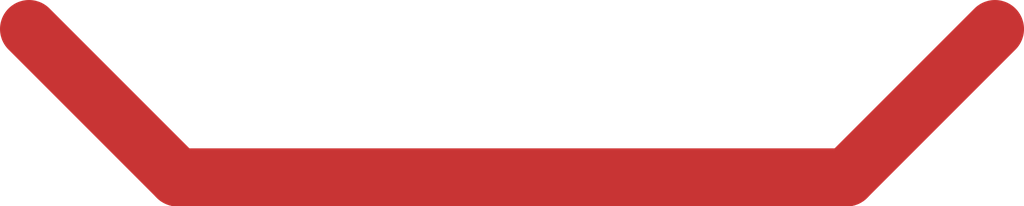
<source format=kicad_pcb>
(kicad_pcb (version 4) (host pcbnew 4.0.2+dfsg1-stable)

  (general
    (links 0)
    (no_connects 0)
    (area 0 0 0 0)
    (thickness 1.6)
    (drawings 0)
    (tracks 3)
    (zones 0)
    (modules 0)
    (nets 1)
  )

  (page A4)
  (layers
    (0 F.Cu signal)
    (31 B.Cu signal)
    (32 B.Adhes user)
    (33 F.Adhes user)
    (34 B.Paste user)
    (35 F.Paste user)
    (36 B.SilkS user)
    (37 F.SilkS user)
    (38 B.Mask user)
    (39 F.Mask user)
    (40 Dwgs.User user)
    (41 Cmts.User user)
    (42 Eco1.User user)
    (43 Eco2.User user)
    (44 Edge.Cuts user)
    (45 Margin user)
    (46 B.CrtYd user)
    (47 F.CrtYd user)
    (48 B.Fab user)
    (49 F.Fab user)
  )

  (setup
    (last_trace_width 0.25)
    (trace_clearance 0.2)
    (zone_clearance 0.508)
    (zone_45_only no)
    (trace_min 0.2)
    (segment_width 0.2)
    (edge_width 0.15)
    (via_size 0.6)
    (via_drill 0.4)
    (via_min_size 0.4)
    (via_min_drill 0.3)
    (uvia_size 0.3)
    (uvia_drill 0.1)
    (uvias_allowed no)
    (uvia_min_size 0.2)
    (uvia_min_drill 0.1)
    (pcb_text_width 0.3)
    (pcb_text_size 1.5 1.5)
    (mod_edge_width 0.15)
    (mod_text_size 1 1)
    (mod_text_width 0.15)
    (pad_size 1.524 1.524)
    (pad_drill 0.762)
    (pad_to_mask_clearance 0.2)
    (aux_axis_origin 0 0)
    (visible_elements FFFFFF7F)
    (pcbplotparams
      (layerselection 0x00030_80000001)
      (usegerberextensions false)
      (excludeedgelayer true)
      (linewidth 0.100000)
      (plotframeref false)
      (viasonmask false)
      (mode 1)
      (useauxorigin false)
      (hpglpennumber 1)
      (hpglpenspeed 20)
      (hpglpendiameter 15)
      (hpglpenoverlay 2)
      (psnegative false)
      (psa4output false)
      (plotreference true)
      (plotvalue true)
      (plotinvisibletext false)
      (padsonsilk false)
      (subtractmaskfromsilk false)
      (outputformat 1)
      (mirror false)
      (drillshape 1)
      (scaleselection 1)
      (outputdirectory ""))
  )

  (net 0 "")

  (net_class Default "This is the default net class."
    (clearance 0.2)
    (trace_width 0.25)
    (via_dia 0.6)
    (via_drill 0.4)
    (uvia_dia 0.3)
    (uvia_drill 0.1)
  )

  (segment (start 161.2 93.6) (end 168.985562 101.385562) (width 3.048) (layer F.Cu) (net 0))
  (segment (start 168.985562 101.385562) (end 204.114438 101.385562) (width 3.048) (layer F.Cu) (net 0))
  (segment (start 204.114438 101.385562) (end 211.9 93.6) (width 3.048) (layer F.Cu) (net 0))

)

</source>
